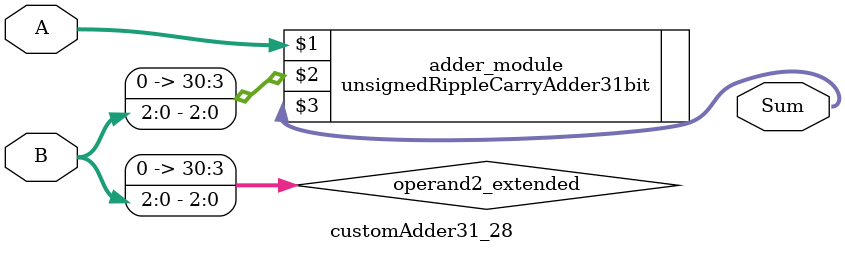
<source format=v>

module customAdder31_28(
                    input [30 : 0] A,
                    input [2 : 0] B,
                    
                    output [31 : 0] Sum
            );

    wire [30 : 0] operand2_extended;
    
    assign operand2_extended =  {28'b0, B};
    
    unsignedRippleCarryAdder31bit adder_module(
        A,
        operand2_extended,
        Sum
    );
    
endmodule
        
</source>
